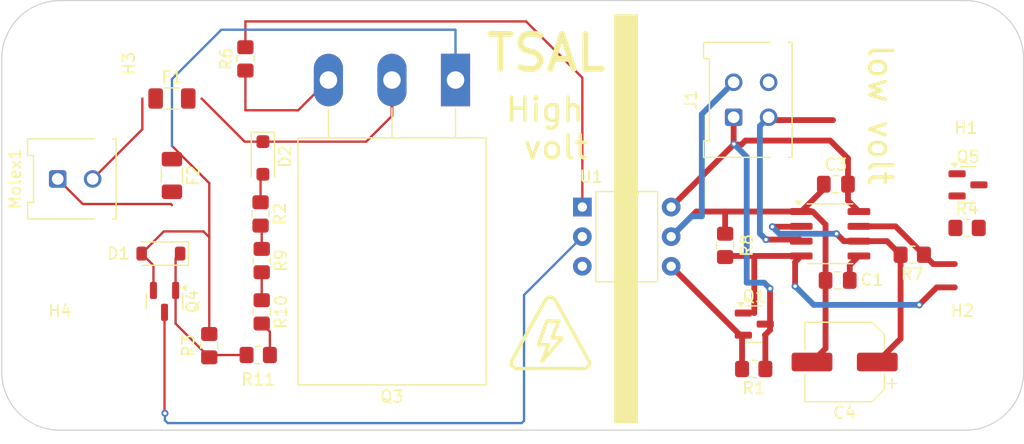
<source format=kicad_pcb>
(kicad_pcb (version 20241229) (generator "pcbnew") (generator_version "9.0")
  (layers (0 "F.Cu" signal) (2 "B.Cu" signal) (13 "F.Paste" user) (15 "B.Paste" user) (5 "F.SilkS" user "F.Silkscreen") (7 "B.SilkS" user "B.Silkscreen") (1 "F.Mask" user) (3 "B.Mask" user) (25 "Edge.Cuts" user))
  (net 0 "")
  (net 1 "Net-(D1-K)")
  (net 2 "/HV-")
  (net 3 "GLV+")
  (net 4 "Net-(Q1-D)")
  (net 5 "Net-(Q1-G)")
  (net 6 "Net-(Q3-S)")
  (net 7 "Net-(Q4-D)")
  (net 8 "Net-(R6-Pad2)")
  (net 10 "Net-(D2-A)")
  (net 11 "/HV+")
  (net 12 "Net-(U2-CV)")
  (net 13 "Light+")
  (net 14 "GND")
  (net 16 "Net-(U2-THR)")
  (net 18 "Net-(R10-Pad2)")
  (net 19 "Net-(R10-Pad1)")
  (net 20 "Net-(R2-Pad2)")
  (net 21 "Net-(D2-K)")
  (net 22 "Net-(Molex1-Pin_1)")
  (footprint "MountingHole:MountingHole_4.3mm_M4" (layer "F.Cu") (at 114.2 85.1)
    (property "Reference" "H3" (at 5.9 0.3 90) (layer "F.SilkS"))
    (property "Value" "MountingHole")
    (pad "" np_thru_hole circle (at 0 0) (size 4.3 4.3) (drill 4.3) (layers "*.Cu" "*.Mask"))
  )
  (footprint "Resistor_SMD:R_0805_2012Metric_Pad1.20x1.40mm_HandSolder" (layer "F.Cu") (at 131.5 102.3 -90)
    (property "Reference" "R9" (at 0 -1.65 90) (layer "F.SilkS"))
    (property "Value" "240k")
    (fp_line (start -0.227064 0.735) (end 0.227064 0.735) (stroke (width 0.12)) (layer "F.SilkS"))
    (fp_line (start -0.227064 -0.735) (end 0.227064 -0.735) (stroke (width 0.12)) (layer "F.SilkS"))
    (pad "1" smd roundrect (at -1 0 270) (size 1.2 1.4) (layers "F.Cu" "F.Mask" "F.Paste") (roundrect_rratio 0.208333) (net 20 "Net-(R2-Pad2)"))
    (pad "2" smd roundrect (at 1 0 270) (size 1.2 1.4) (layers "F.Cu" "F.Mask" "F.Paste") (roundrect_rratio 0.208333) (net 19 "Net-(R10-Pad1)"))
  )
  (footprint "Resistor_SMD:R_0805_2012Metric_Pad1.20x1.40mm_HandSolder" (layer "F.Cu") (at 127 109.6 90)
    (property "Reference" "R3" (at 0 -1.8 90) (layer "F.SilkS"))
    (property "Value" "2M")
    (fp_line (start -0.227064 -0.735) (end 0.227064 -0.735) (stroke (width 0.12)) (layer "F.SilkS"))
    (fp_line (start -0.227064 0.735) (end 0.227064 0.735) (stroke (width 0.12)) (layer "F.SilkS"))
    (pad "1" smd roundrect (at -1 0 90) (size 1.2 1.4) (layers "F.Cu" "F.Mask" "F.Paste") (roundrect_rratio 0.208333) (net 1 "Net-(D1-K)"))
    (pad "2" smd roundrect (at 1 0 90) (size 1.2 1.4) (layers "F.Cu" "F.Mask" "F.Paste") (roundrect_rratio 0.208333) (net 2 "/HV-"))
  )
  (footprint "Capacitor_SMD:CP_Elec_6.3x5.4" (layer "F.Cu") (at 181.5 111 180)
    (property "Reference" "C4" (at 0 -4.35 0) (layer "F.SilkS"))
    (property "Value" "100uF")
    (fp_line (start 3.41 3.41) (end 3.41 1.06) (stroke (width 0.12)) (layer "F.SilkS"))
    (fp_line (start 3.41 -3.41) (end 3.41 -1.06) (stroke (width 0.12)) (layer "F.SilkS"))
    (fp_line (start -2.345563 3.41) (end 3.41 3.41) (stroke (width 0.12)) (layer "F.SilkS"))
    (fp_line (start -2.345563 -3.41) (end 3.41 -3.41) (stroke (width 0.12)) (layer "F.SilkS"))
    (fp_line (start -3.41 2.345563) (end -2.345563 3.41) (stroke (width 0.12)) (layer "F.SilkS"))
    (fp_line (start -3.41 2.345563) (end -3.41 1.06) (stroke (width 0.12)) (layer "F.SilkS"))
    (fp_line (start -3.41 -2.345563) (end -2.345563 -3.41) (stroke (width 0.12)) (layer "F.SilkS"))
    (fp_line (start -3.41 -2.345563) (end -3.41 -1.06) (stroke (width 0.12)) (layer "F.SilkS"))
    (fp_line (start -4.04375 -2.24125) (end -4.04375 -1.45375) (stroke (width 0.12)) (layer "F.SilkS"))
    (fp_line (start -4.4375 -1.8475) (end -3.65 -1.8475) (stroke (width 0.12)) (layer "F.SilkS"))
    (pad "1" smd roundrect (at -2.8 0 180) (size 3.5 1.6) (layers "F.Cu" "F.Mask" "F.Paste") (roundrect_rratio 0.15625) (net 16 "Net-(U2-THR)"))
    (pad "2" smd roundrect (at 2.8 0 180) (size 3.5 1.6) (layers "F.Cu" "F.Mask" "F.Paste") (roundrect_rratio 0.15625) (net 14 "GND"))
  )
  (footprint "Connector_Molex:Molex_Micro-Fit_3.0_43045-0212_2x01_P3.00mm_Vertical" (layer "F.Cu") (at 114 95.3 90)
    (property "Reference" "Molex1" (at 0 -3.67 90) (layer "F.SilkS"))
    (property "Value" "043045-0212")
    (fp_line (start 3.435 -2.58) (end 3.435 3.18) (stroke (width 0.12)) (layer "F.SilkS"))
    (fp_line (start 2.015 -2.58) (end 3.435 -2.58) (stroke (width 0.12)) (layer "F.SilkS"))
    (fp_line (start -2.015 -2.58) (end -2.015 -2.08) (stroke (width 0.12)) (layer "F.SilkS"))
    (fp_line (start -3.435 -2.58) (end -2.015 -2.58) (stroke (width 0.12)) (layer "F.SilkS"))
    (fp_line (start 2.015 -2.08) (end 2.015 -2.58) (stroke (width 0.12)) (layer "F.SilkS"))
    (fp_line (start -2.015 -2.08) (end 2.015 -2.08) (stroke (width 0.12)) (layer "F.SilkS"))
    (fp_line (start -3.435 3.18) (end -3.435 -2.58) (stroke (width 0.12)) (layer "F.SilkS"))
    (fp_line (start -3.435 4.7) (end -3.435 5.01) (stroke (width 0.12)) (layer "F.SilkS"))
    (fp_line (start 3.435 5.01) (end 3.435 4.7) (stroke (width 0.12)) (layer "F.SilkS"))
    (fp_line (start -3.435 5.01) (end 3.435 5.01) (stroke (width 0.12)) (layer "F.SilkS"))
    (pad "" np_thru_hole circle (at -3 3.94 90) (size 1 1) (drill 1) (layers "*.Cu" "*.Mask"))
    (pad "" np_thru_hole circle (at 3 3.94 90) (size 1 1) (drill 1) (layers "*.Cu" "*.Mask"))
    (pad "1" thru_hole roundrect (at 0 0 90) (size 1.5 1.5) (drill 1) (layers "*.Cu" "*.Mask") (roundrect_rratio 0.166667) (net 22 "Net-(Molex1-Pin_1)"))
    (pad "2" thru_hole circle (at 0 3 90) (size 1.5 1.5) (drill 1) (layers "*.Cu" "*.Mask") (net 11 "/HV+"))
  )
  (footprint "Resistor_SMD:R_0805_2012Metric_Pad1.20x1.40mm_HandSolder" (layer "F.Cu") (at 192 99.5)
    (property "Reference" "R4" (at 0 -1.65 0) (layer "F.SilkS"))
    (property "Value" "5k")
    (fp_line (start -0.227064 -0.735) (end 0.227064 -0.735) (stroke (width 0.12)) (layer "F.SilkS"))
    (fp_line (start -0.227064 0.735) (end 0.227064 0.735) (stroke (width 0.12)) (layer "F.SilkS"))
    (pad "1" smd roundrect (at -1 0) (size 1.2 1.4) (layers "F.Cu" "F.Mask" "F.Paste") (roundrect_rratio 0.208333) (net 3 "GLV+"))
    (pad "2" smd roundrect (at 1 0) (size 1.2 1.4) (layers "F.Cu" "F.Mask" "F.Paste") (roundrect_rratio 0.208333))
  )
  (footprint "Fuse:Fuse_1206_3216Metric" (layer "F.Cu") (at 123.8 95 -90)
    (property "Reference" "F2" (at 0 -1.83 270) (layer "F.SilkS"))
    (property "Value" "750mA")
    (fp_line (start -0.602064 0.91) (end 0.602064 0.91) (stroke (width 0.12)) (layer "F.SilkS"))
    (fp_line (start -0.602064 -0.91) (end 0.602064 -0.91) (stroke (width 0.12)) (layer "F.SilkS"))
    (pad "1" smd roundrect (at -1.4 0 270) (size 1.25 1.75) (layers "F.Cu" "F.Mask" "F.Paste") (roundrect_rratio 0.2) (net 2 "/HV-"))
    (pad "2" smd roundrect (at 1.4 0 270) (size 1.25 1.75) (layers "F.Cu" "F.Mask" "F.Paste") (roundrect_rratio 0.2) (net 22 "Net-(Molex1-Pin_1)"))
  )
  (footprint "Capacitor_SMD:C_0805_2012Metric_Pad1.18x1.45mm_HandSolder" (layer "F.Cu") (at 180.75 95.75)
    (property "Reference" "C3" (at 0 -1.68 0) (layer "F.SilkS"))
    (property "Value" "1uF")
    (fp_line (start -0.261252 -0.735) (end 0.261252 -0.735) (stroke (width 0.12)) (layer "F.SilkS"))
    (fp_line (start -0.261252 0.735) (end 0.261252 0.735) (stroke (width 0.12)) (layer "F.SilkS"))
    (pad "1" smd roundrect (at -1.0375 0) (size 1.175 1.45) (layers "F.Cu" "F.Mask" "F.Paste") (roundrect_rratio 0.212766) (net 14 "GND"))
    (pad "2" smd roundrect (at 1.0375 0) (size 1.175 1.45) (layers "F.Cu" "F.Mask" "F.Paste") (roundrect_rratio 0.212766) (net 3 "GLV+"))
  )
  (footprint "Resistor_SMD:R_0805_2012Metric_Pad1.20x1.40mm_HandSolder" (layer "F.Cu") (at 173.7 111.6 180)
    (property "Reference" "R1" (at 0 -1.65 0) (layer "F.SilkS"))
    (property "Value" "10k")
    (fp_line (start -0.227064 0.735) (end 0.227064 0.735) (stroke (width 0.12)) (layer "F.SilkS"))
    (fp_line (start -0.227064 -0.735) (end 0.227064 -0.735) (stroke (width 0.12)) (layer "F.SilkS"))
    (pad "1" smd roundrect (at -1 0 180) (size 1.2 1.4) (layers "F.Cu" "F.Mask" "F.Paste") (roundrect_rratio 0.208333) (net 3 "GLV+"))
    (pad "2" smd roundrect (at 1 0 180) (size 1.2 1.4) (layers "F.Cu" "F.Mask" "F.Paste") (roundrect_rratio 0.208333) (net 5 "Net-(Q1-G)"))
  )
  (footprint "Resistor_SMD:R_0805_2012Metric_Pad1.20x1.40mm_HandSolder" (layer "F.Cu") (at 131.4 98.3 -90)
    (property "Reference" "R2" (at 0 -1.65 90) (layer "F.SilkS"))
    (property "Value" "240k")
    (fp_line (start -0.227064 0.735) (end 0.227064 0.735) (stroke (width 0.12)) (layer "F.SilkS"))
    (fp_line (start -0.227064 -0.735) (end 0.227064 -0.735) (stroke (width 0.12)) (layer "F.SilkS"))
    (pad "1" smd roundrect (at -1 0 270) (size 1.2 1.4) (layers "F.Cu" "F.Mask" "F.Paste") (roundrect_rratio 0.208333) (net 10 "Net-(D2-A)"))
    (pad "2" smd roundrect (at 1 0 270) (size 1.2 1.4) (layers "F.Cu" "F.Mask" "F.Paste") (roundrect_rratio 0.208333) (net 20 "Net-(R2-Pad2)"))
  )
  (footprint "MountingHole:MountingHole_4.3mm_M4" (layer "F.Cu") (at 114.2 111.9)
    (property "Reference" "H4" (at 0 -5.3 0) (layer "F.SilkS"))
    (property "Value" "MountingHole")
    (pad "" np_thru_hole circle (at 0 0) (size 4.3 4.3) (drill 4.3) (layers "*.Cu" "*.Mask"))
  )
  (footprint "Capacitor_SMD:C_0805_2012Metric_Pad1.18x1.45mm_HandSolder" (layer "F.Cu") (at 180.9 104)
    (property "Reference" "C1" (at 2.95 -0.05 0) (layer "F.SilkS"))
    (property "Value" "0.1uF")
    (fp_line (start -0.261252 -0.735) (end 0.261252 -0.735) (stroke (width 0.12)) (layer "F.SilkS"))
    (fp_line (start -0.261252 0.735) (end 0.261252 0.735) (stroke (width 0.12)) (layer "F.SilkS"))
    (pad "1" smd roundrect (at -1.0375 0) (size 1.175 1.45) (layers "F.Cu" "F.Mask" "F.Paste") (roundrect_rratio 0.212766) (net 14 "GND"))
    (pad "2" smd roundrect (at 1.0375 0) (size 1.175 1.45) (layers "F.Cu" "F.Mask" "F.Paste") (roundrect_rratio 0.212766) (net 12 "Net-(U2-CV)"))
  )
  (footprint "Diode_SMD:D_SOD-123" (layer "F.Cu") (at 122.85 101.7 180)
    (property "Reference" "D1" (at 3.65 0 0) (layer "F.SilkS"))
    (property "Value" "BZT52C12")
    (fp_line (start -2.36 1) (end 1.65 1) (stroke (width 0.12)) (layer "F.SilkS"))
    (fp_line (start -2.36 -1) (end 1.65 -1) (stroke (width 0.12)) (layer "F.SilkS"))
    (fp_line (start -2.36 -1) (end -2.36 1) (stroke (width 0.12)) (layer "F.SilkS"))
    (pad "1" smd roundrect (at -1.65 0 180) (size 0.9 1.2) (layers "F.Cu" "F.Mask" "F.Paste") (net 1 "Net-(D1-K)"))
    (pad "2" smd roundrect (at 1.65 0 180) (size 0.9 1.2) (layers "F.Cu" "F.Mask" "F.Paste") (net 2 "/HV-"))
  )
  (footprint "Resistor_SMD:R_0805_2012Metric_Pad1.20x1.40mm_HandSolder" (layer "F.Cu") (at 131.2 110.4 180)
    (property "Reference" "R11" (at 0 -2.1 0) (layer "F.SilkS"))
    (property "Value" "240k")
    (fp_line (start -0.227064 0.735) (end 0.227064 0.735) (stroke (width 0.12)) (layer "F.SilkS"))
    (fp_line (start -0.227064 -0.735) (end 0.227064 -0.735) (stroke (width 0.12)) (layer "F.SilkS"))
    (pad "1" smd roundrect (at -1 0 180) (size 1.2 1.4) (layers "F.Cu" "F.Mask" "F.Paste") (roundrect_rratio 0.208333) (net 18 "Net-(R10-Pad2)"))
    (pad "2" smd roundrect (at 1 0 180) (size 1.2 1.4) (layers "F.Cu" "F.Mask" "F.Paste") (roundrect_rratio 0.208333) (net 1 "Net-(D1-K)"))
  )
  (footprint "Package_TO_SOT_SMD:SOT-23" (layer "F.Cu") (at 173.75 107.75)
    (property "Reference" "Q1" (at 0 -2.4 0) (layer "F.SilkS"))
    (property "Value" "DMP2035U-7")
    (fp_line (start 0 -1.56) (end -0.65 -1.56) (stroke (width 0.12)) (layer "F.SilkS"))
    (fp_line (start 0 -1.56) (end 0.65 -1.56) (stroke (width 0.12)) (layer "F.SilkS"))
    (fp_line (start 0 1.56) (end -0.65 1.56) (stroke (width 0.12)) (layer "F.SilkS"))
    (fp_line (start 0 1.56) (end 0.65 1.56) (stroke (width 0.12)) (layer "F.SilkS"))
    (fp_poly (pts (xy -1.1625 -1.51) (xy -1.4025 -1.84) (xy -0.9225 -1.84)) (stroke (width 0.12)) (fill yes) (layer "F.SilkS"))
    (pad "1" smd roundrect (at -0.9375 -0.95) (size 1.475 0.6) (layers "F.Cu" "F.Mask" "F.Paste") (net 5 "Net-(Q1-G)"))
    (pad "2" smd roundrect (at -0.9375 0.95) (size 1.475 0.6) (layers "F.Cu" "F.Mask" "F.Paste") (net 3 "GLV+"))
    (pad "3" smd roundrect (at 0.9375 0) (size 1.475 0.6) (layers "F.Cu" "F.Mask" "F.Paste") (net 4 "Net-(Q1-D)"))
  )
  (footprint "LOGO" (layer "F.Cu") (at 156.25 108.5)
    (property "Reference" "G***" (hide yes))
    (property "Value" "LOGO" (hide yes))
    (fp_poly (pts (xy 0.221786 -1.162324) (xy 0.361921 -1.162169) (xy 0.477264 -1.161801) (xy 0.57038 -1.161116) (xy 0.643831 -1.160011) (xy 0.700182 -1.158383) (xy 0.741998 -1.156128) (xy 0.77184 -1.153143) (xy 0.792275 -1.149325) (xy 0.805865 -1.14457) (xy 0.815175 -1.138774) (xy 0.815658 -1.138387) (xy 0.855584 -1.0918) (xy 0.874507 -1.037338) (xy 0.875391 -1.023182) (xy 0.870423 -1.004497) (xy 0.856172 -0.96302) (xy 0.833617 -0.901319) (xy 0.803734 -0.821963) (xy 0.767503 -0.727517) (xy 0.725901 -0.62055) (xy 0.679906 -0.503629) (xy 0.630496 -0.379322) (xy 0.622348 -0.358941) (xy 0.572672 -0.234664) (xy 0.526224 -0.118232) (xy 0.483973 -0.012083) (xy 0.446885 0.081341) (xy 0.415925 0.159603) (xy 0.392062 0.220261) (xy 0.376262 0.260876) (xy 0.369491 0.279007) (xy 0.369305 0.279712) (xy 0.382386 0.28153) (xy 0.419235 0.28345) (xy 0.476269 0.285369) (xy 0.549903 0.287183) (xy 0.636549 0.288789) (xy 0.726076 0.290009) (xy 1.082846 0.294077) (xy 1.122737 0.338746) (xy 1.154242 0.391741) (xy 1.162827 0.449942) (xy 1.147804 0.505736) (xy 1.139101 0.520139) (xy 1.123025 0.540815) (xy 1.090963 0.579875) (xy 1.0444 0.635596) (xy 0.98482 0.706255) (xy 0.913708 0.790129) (xy 0.832548 0.885493) (xy 0.742824 0.990624) (xy 0.64602 1.103799) (xy 0.543621 1.223294) (xy 0.437112 1.347386) (xy 0.327975 1.474351) (xy 0.217697 1.602465) (xy 0.107761 1.730006) (xy -0.000349 1.855248) (xy -0.105147 1.97647) (xy -0.205151 2.091947) (xy -0.298875 2.199957) (xy -0.384835 2.298774) (xy -0.461547 2.386677) (xy -0.527527 2.46194) (xy -0.58129 2.522842) (xy -0.621351 2.567658) (xy -0.646227 2.594664) (xy -0.653975 2.602163) (xy -0.710243 2.624997) (xy -0.7656 2.620691) (xy -0.818436 2.589453) (xy -0.828885 2.579666) (xy -0.863211 2.536459) (xy -0.875271 2.495612) (xy -0.87539 2.490825) (xy -0.870402 2.46993) (xy -0.8561 2.426349) (xy -0.83348 2.362733) (xy -0.803537 2.281738) (xy -0.767264 2.186015) (xy -0.725657 2.078217) (xy -0.679711 1.960998) (xy -0.630421 1.83701) (xy -0.627412 1.829495) (xy -0.577938 1.705855) (xy -0.531483 1.589475) (xy -0.489059 1.482915) (xy -0.451682 1.388736) (xy -0.420364 1.309497) (xy -0.396121 1.24776) (xy -0.379966 1.206085) (xy -0.372913 1.187031) (xy -0.372774 1.186565) (xy -0.372308 1.179328) (xy -0.377424 1.173712) (xy -0.391118 1.169513) (xy -0.416389 1.166528) (xy -0.456233 1.164551) (xy -0.513647 1.163379) (xy -0.591629 1.162808) (xy -0.693175 1.162634) (xy -0.724389 1.162628) (xy -1.082664 1.162628) (xy -1.122646 1.122646) (xy -1.152066 1.084189) (xy -1.162322 1.041274) (xy -1.162628 1.029456) (xy -1.157846 1.004736) (xy -1.14357 0.954707) (xy -1.119903 0.879677) (xy -1.112837 0.858293) (xy -0.804044 0.858293) (xy -0.800277 0.863665) (xy -0.783205 0.86786) (xy -0.75036 0.870998) (xy -0.699278 0.873198) (xy -0.627492 0.87458) (xy -0.532537 0.875264) (xy -0.451469 0.875391) (xy -0.09301 0.875391) (xy -0.046505 0.921896) (xy -0.01225 0.964961) (xy -0.000137 1.005704) (xy 0 1.010878) (xy -0.004982 1.034952) (xy -0.018995 1.080364) (xy -0.040641 1.143162) (xy -0.068519 1.219394) (xy -0.101232 1.305109) (xy -0.129876 1.377687) (xy -0.164509 1.46551) (xy -0.193501 1.541685) (xy -0.21587 1.603418) (xy -0.230635 1.647914) (xy -0.236813 1.672379) (xy -0.234355 1.675107) (xy -0.220686 1.659674) (xy -0.191036 1.625529) (xy -0.147197 1.574757) (xy -0.09096 1.509441) (xy -0.024117 1.431665) (xy 0.051539 1.343514) (xy 0.134217 1.247071) (xy 0.222123 1.144419) (xy 0.244584 1.118175) (xy 0.698126 0.588153) (xy 0.409935 0.588153) (xy 0.307652 0.58776) (xy 0.229145 0.586433) (xy 0.170846 0.583949) (xy 0.129183 0.580086) (xy 0.100587 0.57462) (xy 0.082219 0.567714) (xy 0.032316 0.52934) (xy 0.004679 0.479231) (xy 0 0.445576) (xy 0.004973 0.42509) (xy 0.019238 0.381862) (xy 0.041816 0.3185) (xy 0.071727 0.237617) (xy 0.107992 0.141823) (xy 0.149631 0.033729) (xy 0.195664 -0.084054) (xy 0.245112 -0.208916) (xy 0.253043 -0.228796) (xy 0.302681 -0.353219) (xy 0.349097 -0.469807) (xy 0.391324 -0.576118) (xy 0.428399 -0.669714) (xy 0.459357 -0.748156) (xy 0.483234 -0.809003) (xy 0.499066 -0.849815) (xy 0.505887 -0.868153) (xy 0.506085 -0.868907) (xy 0.493014 -0.870668) (xy 0.456225 -0.872247) (xy 0.399357 -0.873577) (xy 0.326048 -0.874588) (xy 0.239937 -0.875213) (xy 0.159597 -0.87539) (xy -0.18689 -0.87539) (xy -0.492525 -0.017097) (xy -0.544759 0.129596) (xy -0.594349 0.268882) (xy -0.640525 0.398591) (xy -0.682512 0.516554) (xy -0.71954 0.620599) (xy -0.750835 0.708556) (xy -0.775625 0.778256) (xy -0.793139 0.827529) (xy -0.802603 0.854203) (xy -0.804044 0.858293) (xy -1.112837 0.858293) (xy -1.086951 0.779954) (xy -1.044818 0.655847) (xy -0.993607 0.507663) (xy -0.933423 0.33571) (xy -0.864371 0.140296) (xy -0.806858 -0.02138) (xy -0.749975 -0.180742) (xy -0.69533 -0.333547) (xy -0.64368 -0.477696) (xy -0.595781 -0.611095) (xy -0.552389 -0.731646) (xy -0.51426 -0.837251) (xy -0.48215 -0.925815) (xy -0.456814 -0.995241) (xy -0.43901 -1.043431) (xy -0.429492 -1.068289) (xy -0.428772 -1.070001) (xy -0.419133 -1.092004) (xy -0.409564 -1.110218) (xy -0.397552 -1.124997) (xy -0.380585 -1.1367) (xy -0.356152 -1.145681) (xy -0.32174 -1.152299) (xy -0.274837 -1.156908) (xy -0.212931 -1.159866) (xy -0.133509 -1.16153) (xy -0.034061 -1.162255) (xy 0.087927 -1.162399)) (fill yes) (layer "F.SilkS"))
    (fp_poly (pts (xy 0.091361 -3.205002) (xy 0.098082 -3.204001) (xy 0.210467 -3.175667) (xy 0.317147 -3.128156) (xy 0.410502 -3.065375) (xy 0.460374 -3.018287) (xy 0.471136 -3.004415) (xy 0.487371 -2.980218) (xy 0.509513 -2.944927) (xy 0.537993 -2.897773) (xy 0.573245 -2.837986) (xy 0.6157 -2.764798) (xy 0.665792 -2.677438) (xy 0.723953 -2.575139) (xy 0.790616 -2.45713) (xy 0.866213 -2.322643) (xy 0.951177 -2.170908) (xy 1.04594 -2.001156) (xy 1.150936 -1.812618) (xy 1.266596 -1.604525) (xy 1.393354 -1.376108) (xy 1.531642 -1.126597) (xy 1.681892 -0.855223) (xy 1.844537 -0.561217) (xy 1.976468 -0.32259) (xy 2.114557 -0.07268) (xy 2.249364 0.171461) (xy 2.380273 0.408708) (xy 2.506664 0.637935) (xy 2.627922 0.858018) (xy 2.743427 1.067832) (xy 2.852564 1.266253) (xy 2.954715 1.452154) (xy 3.049262 1.624411) (xy 3.135588 1.781899) (xy 3.213075 1.923494) (xy 3.281107 2.048069) (xy 3.339065 2.154501) (xy 3.386333 2.241664) (xy 3.422292 2.308434) (xy 3.446326 2.353684) (xy 3.457817 2.376291) (xy 3.458408 2.37763) (xy 3.49094 2.490327) (xy 3.499214 2.608388) (xy 3.484391 2.727065) (xy 3.44763 2.841606) (xy 3.390092 2.947264) (xy 3.312937 3.039288) (xy 3.292123 3.058389) (xy 3.21222 3.114957) (xy 3.117229 3.161868) (xy 3.019093 3.193667) (xy 2.979146 3.201302) (xy 2.956856 3.202547) (xy 2.908768 3.203715) (xy 2.836433 3.204807) (xy 2.741405 3.205824) (xy 2.625236 3.206764) (xy 2.48948 3.20763) (xy 2.335688 3.208419) (xy 2.165414 3.209134) (xy 1.98021 3.209774) (xy 1.781629 3.210339) (xy 1.571224 3.21083) (xy 1.350547 3.211246) (xy 1.121151 3.211589) (xy 0.88459 3.211857) (xy 0.642415 3.212052) (xy 0.396179 3.212174) (xy 0.147436 3.212222) (xy -0.102263 3.212197) (xy -0.351364 3.2121) (xy -0.598314 3.211929) (xy -0.841562 3.211687) (xy -1.079553 3.211372) (xy -1.310737 3.210985) (xy -1.533559 3.210526) (xy -1.746467 3.209996) (xy -1.947908 3.209395) (xy -2.13633 3.208722) (xy -2.310179 3.207978) (xy -2.467904 3.207164) (xy -2.607951 3.206279) (xy -2.728768 3.205324) (xy -2.828801 3.204298) (xy -2.906499 3.203203) (xy -2.960308 3.202038) (xy -2.988676 3.200804) (xy -2.991465 3.200506) (xy -3.068497 3.181009) (xy -3.152727 3.146387) (xy -3.23308 3.101874) (xy -3.292122 3.058389) (xy -3.373711 2.970251) (xy -3.435955 2.867365) (xy -3.477694 2.754481) (xy -3.497767 2.636348) (xy -3.49754 2.626561) (xy -3.198409 2.626561) (xy -3.184856 2.702027) (xy -3.173633 2.732233) (xy -3.124866 2.808288) (xy -3.055548 2.866441) (xy -3.015993 2.887606) (xy -3.009043 2.890464) (xy -3.000368 2.893097) (xy -2.988875 2.895515) (xy -2.973474 2.897728) (xy -2.95307 2.899745) (xy -2.926572 2.901575) (xy -2.892886 2.903228) (xy -2.850921 2.904711) (xy -2.799584 2.906036) (xy -2.737781 2.907211) (xy -2.664422 2.908244) (xy -2.578412 2.909147) (xy -2.47866 2.909927) (xy -2.364072 2.910595) (xy -2.233557 2.911158) (xy -2.086022 2.911627) (xy -1.920374 2.912011) (xy -1.735521 2.912319) (xy -1.53037 2.912561) (xy -1.303829 2.912745) (xy -1.054804 2.912881) (xy -0.782204 2.912977) (xy -0.484936 2.913045) (xy -0.161907 2.913091) (xy -0.00431 2.913108) (xy 0.37363 2.913092) (xy 0.724555 2.912962) (xy 1.048805 2.912716) (xy 1.346721 2.912353) (xy 1.618643 2.911872) (xy 1.864913 2.911271) (xy 2.08587 2.910548) (xy 2.281855 2.909701) (xy 2.453209 2.908729) (xy 2.600271 2.907631) (xy 2.723384 2.906405) (xy 2.822886 2.905048) (xy 2.89912 2.903561) (xy 2.952425 2.90194) (xy 2.983141 2.900185) (xy 2.991167 2.898966) (xy 3.069409 2.856322) (xy 3.131599 2.795787) (xy 3.175559 2.722202) (xy 3.199111 2.640409) (xy 3.200075 2.555249) (xy 3.179818 2.479697) (xy 3.17129 2.463104) (xy 3.150133 2.423688) (xy 3.116962 2.362562) (xy 3.072388 2.280841) (xy 3.017024 2.17964) (xy 2.951483 2.060072) (xy 2.876379 1.923252) (xy 2.792324 1.770294) (xy 2.699932 1.602313) (xy 2.599814 1.420423) (xy 2.492584 1.225737) (xy 2.378854 1.019371) (xy 2.259239 0.802439) (xy 2.13435 0.576054) (xy 2.0048 0.341331) (xy 1.871203 0.099385) (xy 1.734171 -0.14867) (xy 1.720113 -0.174111) (xy 1.54566 -0.489648) (xy 1.380996 -0.787124) (xy 1.226355 -1.066122) (xy 1.081969 -1.326228) (xy 0.948072 -1.567025) (xy 0.824896 -1.788099) (xy 0.712674 -1.989033) (xy 0.611639 -2.169412) (xy 0.522024 -2.328821) (xy 0.444062 -2.466843) (xy 0.377985 -2.583064) (xy 0.324027 -2.677068) (xy 0.28242 -2.74844) (xy 0.253397 -2.796763) (xy 0.237192 -2.821623) (xy 0.234857 -2.82445) (xy 0.167929 -2.873115) (xy 0.08806 -2.90247) (xy 0.001665 -2.912512) (xy -0.084843 -2.903239) (xy -0.165049 -2.874649) (xy -0.232541 -2.82674) (xy -0.23471 -2.824597) (xy -0.246952 -2.806948) (xy -0.272071 -2.765737) (xy -0.309818 -2.701406) (xy -0.359949 -2.614396) (xy -0.422214 -2.505147) (xy -0.496367 -2.3741) (xy -0.582161 -2.221697) (xy -0.679349 -2.048379) (xy -0.787683 -1.854586) (xy -0.906916 -1.64076) (xy -1.036802 -1.407341) (xy -1.177093 -1.15477) (xy -1.327542 -0.883489) (xy -1.487902 -0.593939) (xy -1.657925 -0.286559) (xy -1.719874 -0.174478) (xy -1.857228 0.074132) (xy -1.99121 0.316748) (xy -2.121206 0.552255) (xy -2.246604 0.779539) (xy -2.366792 0.997485) (xy -2.481155 1.204979) (xy -2.589082 1.400907) (xy -2.689958 1.584154) (xy -2.783172 1.753606) (xy -2.868109 1.908148) (xy -2.944158 2.046666) (xy -3.010705 2.168046) (xy -3.067136 2.271173) (xy -3.11284 2.354933) (xy -3.147203 2.418212) (xy -3.169612 2.459894) (xy -3.179454 2.478866) (xy -3.179725 2.479477) (xy -3.196801 2.548164) (xy -3.198409 2.626561) (xy -3.49754 2.626561) (xy -3.495015 2.517716) (xy -3.468278 2.403334) (xy -3.458408 2.37763) (xy -3.448799 2.358421) (xy -3.426557 2.316405) (xy -3.392299 2.252705) (xy -3.346644 2.168448) (xy -3.290207 2.064758) (xy -3.223607 1.94276) (xy -3.147461 1.803579) (xy -3.062386 1.64834) (xy -2.969001 1.478168) (xy -2.867921 1.294188) (xy -2.759765 1.097525) (xy -2.64515 0.889303) (xy -2.524694 0.670648) (xy -2.399013 0.442685) (xy -2.268725 0.206539) (xy -2.134448 -0.036666) (xy -1.996799 -0.285804) (xy -1.976467 -0.32259) (xy -1.804129 -0.634279) (xy -1.644515 -0.922753) (xy -1.497191 -1.188781) (xy -1.361726 -1.433131) (xy -1.237685 -1.656574) (xy -1.124638 -1.859877) (xy -1.022151 -2.043811) (xy -0.929792 -2.209145) (xy -0.847128 -2.356647) (xy -0.773727 -2.487087) (xy -0.709155 -2.601235) (xy -0.652981 -2.699858) (xy -0.604772 -2.783728) (xy -0.564094 -2.853612) (xy -0.530517 -2.910279) (xy -0.503606 -2.9545) (xy -0.482929 -2.987044) (xy -0.468054 -3.008678) (xy -0.460374 -3.018287) (xy -0.373057 -3.09463) (xy -0.268865 -3.153255) (xy -0.153158 -3.192381) (xy -0.031296 -3.210224)) (fill yes) (layer "F.SilkS"))
  )
  (footprint "MountingHole:MountingHole_4.3mm_M4" (layer "F.Cu") (at 191.6 111.9)
    (property "Reference" "H2" (at 0 -5.3 0) (layer "F.SilkS"))
    (property "Value" "MountingHole")
    (pad "" np_thru_hole circle (at 0 0) (size 4.3 4.3) (drill 4.3) (layers "*.Cu" "*.Mask"))
  )
  (footprint "Resistor_SMD:R_0805_2012Metric_Pad1.20x1.40mm_HandSolder" (layer "F.Cu") (at 171.25 101 -90)
    (property "Reference" "R8" (at 0 -1.85 90) (layer "F.SilkS"))
    (property "Value" "10k")
    (fp_line (start -0.227064 0.735) (end 0.227064 0.735) (stroke (width 0.12)) (layer "F.SilkS"))
    (fp_line (start -0.227064 -0.735) (end 0.227064 -0.735) (stroke (width 0.12)) (layer "F.SilkS"))
    (pad "1" smd roundrect (at -1 0 270) (size 1.2 1.4) (layers "F.Cu" "F.Mask" "F.Paste") (roundrect_rratio 0.208333) (net 14 "GND"))
    (pad "2" smd roundrect (at 1 0 270) (size 1.2 1.4) (layers "F.Cu" "F.Mask" "F.Paste") (roundrect_rratio 0.208333) (net 4 "Net-(Q1-D)"))
  )
  (footprint "Connector_Molex:Molex_Micro-Fit_3.0_43045-0412_2x02_P3.00mm_Vertical" (layer "F.Cu") (at 171.9796 90.0096 90)
    (property "Reference" "J1" (at 1.5 -3.67 90) (layer "F.SilkS"))
    (property "Value" "043045-0412")
    (fp_line (start 6.435 -2.58) (end 6.435 3.18) (stroke (width 0.12)) (layer "F.SilkS"))
    (fp_line (start 5.015 -2.58) (end 6.435 -2.58) (stroke (width 0.12)) (layer "F.SilkS"))
    (fp_line (start -2.015 -2.58) (end -2.015 -2.08) (stroke (width 0.12)) (layer "F.SilkS"))
    (fp_line (start -3.435 -2.58) (end -2.015 -2.58) (stroke (width 0.12)) (layer "F.SilkS"))
    (fp_line (start 5.015 -2.08) (end 5.015 -2.58) (stroke (width 0.12)) (layer "F.SilkS"))
    (fp_line (start -2.015 -2.08) (end 5.015 -2.08) (stroke (width 0.12)) (layer "F.SilkS"))
    (fp_line (start -3.435 3.18) (end -3.435 -2.58) (stroke (width 0.12)) (layer "F.SilkS"))
    (fp_line (start -3.435 4.7) (end -3.435 5.01) (stroke (width 0.12)) (layer "F.SilkS"))
    (fp_line (start 6.435 5.01) (end 6.435 4.7) (stroke (width 0.12)) (layer "F.SilkS"))
    (fp_line (start -3.435 5.01) (end 6.435 5.01) (stroke (width 0.12)) (layer "F.SilkS"))
    (pad "" np_thru_hole circle (at -3 3.94 90) (size 1 1) (drill 1) (layers "*.Cu" "*.Mask"))
    (pad "" np_thru_hole circle (at 6 3.94 90) (size 1 1) (drill 1) (layers "*.Cu" "*.Mask"))
    (pad "1" thru_hole roundrect (at 0 0 90) (size 1.5 1.5) (drill 1) (layers "*.Cu" "*.Mask") (roundrect_rratio 0.166667) (net 3 "GLV+"))
    (pad "2" thru_hole circle (at 3 0 90) (size 1.5 1.5) (drill 1) (layers "*.Cu" "*.Mask") (net 14 "GND"))
    (pad "3" thru_hole circle (at 0 3 90) (size 1.5 1.5) (drill 1) (layers "*.Cu" "*.Mask") (net 13 "Light+"))
    (pad "4" thru_hole circle (at 3 3 90) (size 1.5 1.5) (drill 1) (layers "*.Cu" "*.Mask"))
  )
  (footprint "Resistor_SMD:R_0805_2012Metric_Pad1.20x1.40mm_HandSolder" (layer "F.Cu") (at 131.5 106.7 -90)
    (property "Reference" "R10" (at 0 -1.65 90) (layer "F.SilkS"))
    (property "Value" "240k")
    (fp_line (start -0.227064 0.735) (end 0.227064 0.735) (stroke (width 0.12)) (layer "F.SilkS"))
    (fp_line (start -0.227064 -0.735) (end 0.227064 -0.735) (stroke (width 0.12)) (layer "F.SilkS"))
    (pad "1" smd roundrect (at -1 0 270) (size 1.2 1.4) (layers "F.Cu" "F.Mask" "F.Paste") (roundrect_rratio 0.208333) (net 19 "Net-(R10-Pad1)"))
    (pad "2" smd roundrect (at 1 0 270) (size 1.2 1.4) (layers "F.Cu" "F.Mask" "F.Paste") (roundrect_rratio 0.208333) (net 18 "Net-(R10-Pad2)"))
  )
  (footprint "Package_DIP:DIP-6_W7.62mm" (layer "F.Cu") (at 159 97.71)
    (property "Reference" "U1" (at 0.752 -2.6058 0) (layer "F.SilkS"))
    (property "Value" "H11L1M")
    (fp_line (start 1.16 -1.33) (end 1.16 6.41) (stroke (width 0.12)) (layer "F.SilkS"))
    (fp_line (start 1.16 6.41) (end 6.46 6.41) (stroke (width 0.12)) (layer "F.SilkS"))
    (fp_line (start 2.81 -1.33) (end 1.16 -1.33) (stroke (width 0.12)) (layer "F.SilkS"))
    (fp_line (start 6.46 -1.33) (end 4.81 -1.33) (stroke (width 0.12)) (layer "F.SilkS"))
    (fp_line (start 6.46 6.41) (end 6.46 -1.33) (stroke (width 0.12)) (layer "F.SilkS"))
    (fp_arc (start 4.81 -1.33) (mid 3.81 -0.33) (end 2.81 -1.33) (stroke (width 0.12)) (layer "F.SilkS"))
    (pad "1" thru_hole rect (at 0 0) (size 1.6 1.6) (drill 0.8) (layers "*.Cu" "*.Mask") (net 8 "Net-(R6-Pad2)"))
    (pad "2" thru_hole oval (at 0 2.54) (size 1.6 1.6) (drill 0.8) (layers "*.Cu" "*.Mask") (net 7 "Net-(Q4-D)"))
    (pad "3" thru_hole oval (at 0 5.08) (size 1.6 1.6) (drill 0.8) (layers "*.Cu" "*.Mask"))
    (pad "4" thru_hole oval (at 7.62 5.08) (size 1.6 1.6) (drill 0.8) (layers "*.Cu" "*.Mask") (net 5 "Net-(Q1-G)"))
    (pad "5" thru_hole oval (at 7.62 2.54) (size 1.6 1.6) (drill 0.8) (layers "*.Cu" "*.Mask") (net 14 "GND"))
    (pad "6" thru_hole oval (at 7.62 0) (size 1.6 1.6) (drill 0.8) (layers "*.Cu" "*.Mask") (net 3 "GLV+"))
  )
  (footprint "Diode_SMD:D_SOD-123F" (layer "F.Cu") (at 131.6 93.5 -90)
    (property "Reference" "D2" (at -0.127 -1.905 270) (layer "F.SilkS"))
    (property "Value" "BZT52C51")
    (fp_line (start -2.21 1) (end 1.65 1) (stroke (width 0.12)) (layer "F.SilkS"))
    (fp_line (start -2.21 -1) (end -2.21 1) (stroke (width 0.12)) (layer "F.SilkS"))
    (fp_line (start -2.21 -1) (end 1.65 -1) (stroke (width 0.12)) (layer "F.SilkS"))
    (pad "1" smd roundrect (at -1.4 0 270) (size 1.1 1.1) (layers "F.Cu" "F.Mask" "F.Paste") (roundrect_rratio 0.2272727273) (net 21 "Net-(D2-K)"))
    (pad "2" smd roundrect (at 1.4 0 270) (size 1.1 1.1) (layers "F.Cu" "F.Mask" "F.Paste") (roundrect_rratio 0.2272727273) (net 10 "Net-(D2-A)"))
  )
  (footprint "Fuse:Fuse_1206_3216Metric" (layer "F.Cu") (at 123.8 88.4)
    (property "Reference" "F1" (at 0 -1.83 0) (layer "F.SilkS"))
    (property "Value" "750mA")
    (fp_line (start -0.602064 -0.91) (end 0.602064 -0.91) (stroke (width 0.12)) (layer "F.SilkS"))
    (fp_line (start -0.602064 0.91) (end 0.602064 0.91) (stroke (width 0.12)) (layer "F.SilkS"))
    (pad "1" smd roundrect (at -1.4 0) (size 1.25 1.75) (layers "F.Cu" "F.Mask" "F.Paste") (roundrect_rratio 0.2) (net 11 "/HV+"))
    (pad "2" smd roundrect (at 1.4 0) (size 1.25 1.75) (layers "F.Cu" "F.Mask" "F.Paste") (roundrect_rratio 0.2) (net 21 "Net-(D2-K)"))
  )
  (footprint "Package_SO:SOIC-8_3.9x4.9mm_P1.27mm" (layer "F.Cu") (at 180.25 100)
    (property "Reference" "U2" (hide yes))
    (property "Value" "NE555D")
    (fp_line (start 0 -2.56) (end -1.95 -2.56) (stroke (width 0.12)) (layer "F.SilkS"))
    (fp_line (start 0 -2.56) (end 1.95 -2.56) (stroke (width 0.12)) (layer "F.SilkS"))
    (fp_line (start 0 2.56) (end -1.95 2.56) (stroke (width 0.12)) (layer "F.SilkS"))
    (fp_line (start 0 2.56) (end 1.95 2.56) (stroke (width 0.12)) (layer "F.SilkS"))
    (fp_poly (pts (xy -2.7 -2.465) (xy -2.94 -2.795) (xy -2.46 -2.795) (xy -2.7 -2.465)) (stroke (width 0.12)) (fill yes) (layer "F.SilkS"))
    (pad "1" smd roundrect (at -2.475 -1.905) (size 1.95 0.6) (layers "F.Cu" "F.Mask" "F.Paste") (net 14 "GND"))
    (pad "2" smd roundrect (at -2.475 -0.635) (size 1.95 0.6) (layers "F.Cu" "F.Mask" "F.Paste") (net 16 "Net-(U2-THR)"))
    (pad "3" smd roundrect (at -2.475 0.635) (size 1.95 0.6) (layers "F.Cu" "F.Mask" "F.Paste"))
    (pad "4" smd roundrect (at -2.475 1.905) (size 1.95 0.6) (layers "F.Cu" "F.Mask" "F.Paste") (net 4 "Net-(Q1-D)"))
    (pad "5" smd roundrect (at 2.475 1.905) (size 1.95 0.6) (layers "F.Cu" "F.Mask" "F.Paste") (net 12 "Net-(U2-CV)"))
    (pad "6" smd roundrect (at 2.475 0.635) (size 1.95 0.6) (layers "F.Cu" "F.Mask" "F.Paste") (net 16 "Net-(U2-THR)"))
    (pad "7" smd roundrect (at 2.475 -0.635) (size 1.95 0.6) (layers "F.Cu" "F.Mask" "F.Paste"))
    (pad "8" smd roundrect (at 2.475 -1.905) (size 1.95 0.6) (layers "F.Cu" "F.Mask" "F.Paste") (net 3 "GLV+"))
  )
  (footprint "Resistor_SMD:R_0805_2012Metric_Pad1.20x1.40mm_HandSolder" (layer "F.Cu") (at 187.3 101.8 180)
    (property "Reference" "R7" (at 0 -1.65 0) (layer "F.SilkS"))
    (property "Value" "3k")
    (fp_line (start -0.227064 0.735) (end 0.227064 0.735) (stroke (width 0.12)) (layer "F.SilkS"))
    (fp_line (start -0.227064 -0.735) (end 0.227064 -0.735) (stroke (width 0.12)) (layer "F.SilkS"))
    (pad "1" smd roundrect (at -1 0 180) (size 1.2 1.4) (layers "F.Cu" "F.Mask" "F.Paste") (roundrect_rratio 0.208333) (net 16 "Net-(U2-THR)"))
    (pad "2" smd roundrect (at 1 0 180) (size 1.2 1.4) (layers "F.Cu" "F.Mask" "F.Paste") (roundrect_rratio 0.208333))
  )
  (footprint "Package_TO_SOT_THT:TO-247-3_Horizontal_TabDown" (layer "F.Cu") (at 148.1218 86.8144 180)
    (property "Reference" "Q3" (at 5.45 -27.15 0) (layer "F.SilkS"))
    (property "Value" "UJ3N065080K3S")
    (fp_line (start 13.52 -26.15) (end 13.52 -4.96) (stroke (width 0.12)) (layer "F.SilkS"))
    (fp_line (start 10.9 -4.96) (end 10.9 -2.4) (stroke (width 0.12)) (layer "F.SilkS"))
    (fp_line (start 5.45 -4.96) (end 5.45 -2.4) (stroke (width 0.12)) (layer "F.SilkS"))
    (fp_line (start 0 -4.96) (end 0 -2.4) (stroke (width 0.12)) (layer "F.SilkS"))
    (fp_line (start -2.62 -4.96) (end 13.52 -4.96) (stroke (width 0.12)) (layer "F.SilkS"))
    (fp_line (start -2.62 -26.15) (end 13.52 -26.15) (stroke (width 0.12)) (layer "F.SilkS"))
    (fp_line (start -2.62 -26.15) (end -2.62 -4.96) (stroke (width 0.12)) (layer "F.SilkS"))
    (pad "" np_thru_hole oval (at 5.45 -19.86 180) (size 3.6 3.6) (drill 3.6) (layers "*.Cu" "*.Mask"))
    (pad "1" thru_hole rect (at 0 0 180) (size 2.5 4.5) (drill 1.5) (layers "*.Cu" "*.Mask") (net 2 "/HV-"))
    (pad "2" thru_hole oval (at 5.45 0 180) (size 2.5 4.5) (drill 1.5) (layers "*.Cu" "*.Mask") (net 21 "Net-(D2-K)"))
    (pad "3" thru_hole oval (at 10.9 0 180) (size 2.5 4.5) (drill 1.5) (layers "*.Cu" "*.Mask") (net 6 "Net-(Q3-S)"))
  )
  (footprint "Package_TO_SOT_SMD:SOT-23" (layer "F.Cu") (at 123.1625 105.8 -90)
    (property "Reference" "Q4" (at 0 -2.4 90) (layer "F.SilkS"))
    (property "Value" "DMN2056U")
    (fp_line (start 0 1.56) (end -0.65 1.56) (stroke (width 0.12)) (layer "F.SilkS"))
    (fp_line (start 0 1.56) (end 0.65 1.56) (stroke (width 0.12)) (layer "F.SilkS"))
    (fp_line (start 0 -1.56) (end -0.65 -1.56) (stroke (width 0.12)) (layer "F.SilkS"))
    (fp_line (start 0 -1.56) (end 0.65 -1.56) (stroke (width 0.12)) (layer "F.SilkS"))
    (fp_poly (pts (xy -1.1625 -1.51) (xy -1.4025 -1.84) (xy -0.9225 -1.84) (xy -1.1625 -1.51)) (stroke (width 0.12)) (fill yes) (layer "F.SilkS"))
    (pad "1" smd roundrect (at -0.9375 -0.95 270) (size 1.475 0.6) (layers "F.Cu" "F.Mask" "F.Paste") (net 1 "Net-(D1-K)"))
    (pad "2" smd roundrect (at -0.9375 0.95 270) (size 1.475 0.6) (layers "F.Cu" "F.Mask" "F.Paste") (net 2 "/HV-"))
    (pad "3" smd roundrect (at 0.9375 0 270) (size 1.475 0.6) (layers "F.Cu" "F.Mask" "F.Paste") (net 7 "Net-(Q4-D)"))
  )
  (footprint "Resistor_SMD:R_0805_2012Metric_Pad1.20x1.40mm_HandSolder" (layer "F.Cu") (at 130.1 85 90)
    (property "Reference" "R6" (at 0 -1.65 90) (layer "F.SilkS"))
    (property "Value" "5.6k")
    (fp_line (start -0.227064 -0.735) (end 0.227064 -0.735) (stroke (width 0.12)) (layer "F.SilkS"))
    (fp_line (start -0.227064 0.735) (end 0.227064 0.735) (stroke (width 0.12)) (layer "F.SilkS"))
    (pad "1" smd roundrect (at -1 0 90) (size 1.2 1.4) (layers "F.Cu" "F.Mask" "F.Paste") (roundrect_rratio 0.208333) (net 6 "Net-(Q3-S)"))
    (pad "2" smd roundrect (at 1 0 90) (size 1.2 1.4) (layers "F.Cu" "F.Mask" "F.Paste") (roundrect_rratio 0.208333) (net 8 "Net-(R6-Pad2)"))
  )
  (footprint "MountingHole:MountingHole_4.3mm_M4" (layer "F.Cu") (at 191.6 85.1)
    (property "Reference" "H1" (at 0.3 5.8 0) (layer "F.SilkS"))
    (property "Value" "MountingHole")
    (pad "" np_thru_hole circle (at 0 0) (size 4.3 4.3) (drill 4.3) (layers "*.Cu" "*.Mask"))
  )
  (footprint "Package_TO_SOT_SMD:SOT-23" (layer "F.Cu") (at 192.08 95.805)
    (property "Reference" "Q5" (at 0 -2.4 0) (layer "F.SilkS"))
    (property "Value" "AO3401A")
    (fp_line (start 0 -1.56) (end -0.65 -1.56) (stroke (width 0.12)) (layer "F.SilkS"))
    (fp_line (start 0 -1.56) (end 0.65 -1.56) (stroke (width 0.12)) (layer "F.SilkS"))
    (fp_line (start 0 1.56) (end -0.65 1.56) (stroke (width 0.12)) (layer "F.SilkS"))
    (fp_line (start 0 1.56) (end 0.65 1.56) (stroke (width 0.12)) (layer "F.SilkS"))
    (fp_poly (pts (xy -1.1625 -1.51) (xy -1.4025 -1.84) (xy -0.9225 -1.84)) (stroke (width 0.12)) (fill yes) (layer "F.SilkS"))
    (pad "1" smd roundrect (at -0.9375 -0.95) (size 1.475 0.6) (layers "F.Cu" "F.Mask" "F.Paste"))
    (pad "2" smd roundrect (at -0.9375 0.95) (size 1.475 0.6) (layers "F.Cu" "F.Mask" "F.Paste") (net 3 "GLV+"))
    (pad "3" smd roundrect (at 0.9375 0) (size 1.475 0.6) (layers "F.Cu" "F.Mask" "F.Paste") (net 13 "Light+"))
  )
  (gr_rect (start 161.7975 81.25) (end 163.7025 116.175) (stroke (width 0.15)) (fill no) (layer "F.SilkS"))
  (gr_line (start 191.85 116.85) (end 114.2 116.85) (stroke (width 0.1)) (layer "Edge.Cuts"))
  (gr_arc (start 196.85 111.85) (mid 195.385534 115.385534) (end 191.85 116.85) (stroke (width 0.1)) (layer "Edge.Cuts"))
  (gr_arc (start 109.2 85) (mid 110.664466 81.464466) (end 114.2 80) (stroke (width 0.1)) (layer "Edge.Cuts"))
  (gr_line (start 109.2 111.85) (end 109.2 85) (stroke (width 0.1)) (layer "Edge.Cuts"))
  (gr_arc (start 191.85 80) (mid 195.385534 81.464466) (end 196.85 85) (stroke (width 0.1)) (layer "Edge.Cuts"))
  (gr_arc (start 114.2 116.85) (mid 110.664466 115.385534) (end 109.2 111.85) (stroke (width 0.1)) (layer "Edge.Cuts"))
  (gr_line (start 114.2 80) (end 191.85 80) (stroke (width 0.1)) (layer "Edge.Cuts"))
  (gr_line (start 196.85 85) (end 196.85 111.85) (stroke (width 0.1)) (layer "Edge.Cuts"))
  (gr_text "low volt\n" (at 183.4 83.6 -90) (layer "F.SilkS") (effects (font (size 2 2) (thickness 0.3)) (justify left bottom)))
  (gr_text "High \n volt" (at 152.25 93.75 0) (layer "F.SilkS") (effects (font (size 2 2) (thickness 0.3)) (justify left bottom)))
  (gr_text "TSAL" (at 150.5 86.25 0) (layer "F.SilkS") (effects (font (size 3 3) (thickness 0.5) (bold yes)) (justify left bottom)))
  (segment (start 189.1 102.6) (end 188.3 101.8) (width 0.5) (layer "F.Cu") (net 0))
  (segment (start 190.95 102.6) (end 189.1 102.6) (width 0.5) (layer "F.Cu") (net 0))
  (segment (start 185.865 99.365) (end 188.3 101.8) (width 0.5) (layer "F.Cu") (net 0))
  (segment (start 182.725 99.365) (end 185.865 99.365) (width 0.5) (layer "F.Cu") (net 0))
  (segment (start 124.1125 104.8625) (end 124.1125 102.0875) (width 0.2) (layer "F.Cu") (net 1))
  (segment (start 124.1125 102.0875) (end 124.5 101.7) (width 0.2) (layer "F.Cu") (net 1))
  (segment (start 124.1125 104.8625) (end 124.1125 107.7125) (width 0.2) (layer "F.Cu") (net 1))
  (segment (start 124.1125 107.7125) (end 127 110.6) (width 0.2) (layer "F.Cu") (net 1))
  (segment (start 127.2 110.4) (end 127 110.6) (width 0.2) (layer "F.Cu") (net 1))
  (segment (start 130.2 110.4) (end 127.2 110.4) (width 0.2) (layer "F.Cu") (net 1))
  (segment (start 121.2 101.95) (end 121.2 101.7) (width 0.2) (layer "F.Cu") (net 2))
  (segment (start 123.8 92.46) (end 127 95.66) (width 0.2) (layer "F.Cu") (net 2))
  (segment (start 121.2 101.7) (end 123.1 99.8) (width 0.2) (layer "F.Cu") (net 2))
  (segment (start 122.2125 102.7125) (end 121.2 101.7) (width 0.2) (layer "F.Cu") (net 2))
  (segment (start 127 95.66) (end 127 100.3) (width 0.2) (layer "F.Cu") (net 2))
  (segment (start 126.5 99.8) (end 127 100.3) (width 0.2) (layer "F.Cu") (net 2))
  (segment (start 127 100.3) (end 127 108.6) (width 0.2) (layer "F.Cu") (net 2))
  (segment (start 123.1 99.8) (end 126.5 99.8) (width 0.2) (layer "F.Cu") (net 2))
  (segment (start 122.2125 104.8625) (end 122.2125 102.7125) (width 0.2) (layer "F.Cu") (net 2))
  (segment (start 123.8 92.46) (end 123.8 86.737918) (width 0.2) (layer "B.Cu") (net 2))
  (segment (start 148.1218 82.5218) (end 148.1218 86.8144) (width 0.2) (layer "B.Cu") (net 2))
  (segment (start 123.8 86.737918) (end 128.037918 82.5) (width 0.2) (layer "B.Cu") (net 2))
  (segment (start 128.037918 82.5) (end 148.1 82.5) (width 0.2) (layer "B.Cu") (net 2))
  (segment (start 148.1 82.5) (end 148.1218 82.5218) (width 0.2) (layer "B.Cu") (net 2))
  (segment (start 182.725 98.095) (end 181.7875 97.1575) (width 0.5) (layer "F.Cu") (net 3))
  (segment (start 172.6496 92.3504) (end 172.9904 92.0096) (width 0.5) (layer "F.Cu") (net 3))
  (segment (start 175.1 108.254799) (end 174.664999 108.6898) (width 0.5) (layer "F.Cu") (net 3))
  (segment (start 175.1 104.7) (end 175.1 108.254799) (width 0.5) (layer "F.Cu") (net 3))
  (segment (start 174.7 111.6) (end 174.7 108.724801) (width 0.5) (layer "F.Cu") (net 3))
  (segment (start 172 92.3) (end 171.9796 92.3204) (width 0.5) (layer "F.Cu") (net 3))
  (segment (start 181.7875 97.1575) (end 181.7875 95.75) (width 0.5) (layer "F.Cu") (net 3))
  (segment (start 180.2596 92.0096) (end 180.5 92.25) (width 0.5) (layer "F.Cu") (net 3))
  (segment (start 181.7875 95.75) (end 181.7875 93.5375) (width 0.5) (layer "F.Cu") (net 3))
  (segment (start 174.7 108.724801) (end 174.664999 108.6898) (width 0.5) (layer "F.Cu") (net 3))
  (segment (start 171.9796 92.2796) (end 172 92.3) (width 0.5) (layer "F.Cu") (net 3))
  (segment (start 171.9796 90.0096) (end 171.9796 92.2796) (width 0.5) (layer "F.Cu") (net 3))
  (segment (start 172.9904 92.0096) (end 180.2596 92.0096) (width 0.5) (layer "F.Cu") (net 3))
  (segment (start 171.9796 92.3504) (end 166.62 97.71) (width 0.5) (layer "F.Cu") (net 3))
  (segment (start 171.9796 92.3504) (end 172.6496 92.3504) (width 0.5) (layer "F.Cu") (net 3))
  (segment (start 181.7875 93.5375) (end 180.5 92.25) (width 0.5) (layer "F.Cu") (net 3))
  (segment (start 171.9796 92.3204) (end 171.9796 92.3504) (width 0.5) (layer "F.Cu") (net 3))
  (via (at 175.1 104.7) (size 0.6) (drill 0.3) (layers "F.Cu" "B.Cu") (net 3))
  (via (at 172 92.3) (size 0.6) (drill 0.3) (layers "F.Cu" "B.Cu") (net 3))
  (segment (start 174.3 104.2) (end 174.6 104.2) (width 0.5) (layer "B.Cu") (net 3))
  (segment (start 172 92.3) (end 173.1 93.4) (width 0.5) (layer "B.Cu") (net 3))
  (segment (start 173.1 93.4) (end 173.1 104.2) (width 0.5) (layer "B.Cu") (net 3))
  (segment (start 173.1 104.2) (end 174.3 104.2) (width 0.5) (layer "B.Cu") (net 3))
  (segment (start 174.6 104.2) (end 175.1 104.7) (width 0.5) (layer "B.Cu") (net 3))
  (segment (start 177.775 101.905) (end 173.75 101.905) (width 0.5) (layer "F.Cu") (net 4))
  (segment (start 189.4 104.6) (end 187.9 106.1) (width 0.5) (layer "F.Cu") (net 4))
  (segment (start 177.25 104.5) (end 177.25 102.43) (width 0.5) (layer "F.Cu") (net 4))
  (segment (start 177.25 102.43) (end 177.775 101.905) (width 0.5) (layer "F.Cu") (net 4))
  (segment (start 190.95 104.6) (end 189.4 104.6) (width 0.5) (layer "F.Cu") (net 4))
  (segment (start 173.75 106.8102) (end 173.75 101.905) (width 0.5) (layer "F.Cu") (net 4))
  (segment (start 171.345 101.905) (end 171.25 102) (width 0.5) (layer "F.Cu") (net 4))
  (segment (start 177.8 101.93) (end 177.775 101.905) (width 0.5) (layer "F.Cu") (net 4))
  (segment (start 173.75 101.905) (end 171.345 101.905) (width 0.5) (layer "F.Cu") (net 4))
  (via (at 187.9 106.1) (size 0.6) (drill 0.3) (layers "F.Cu" "B.Cu") (net 4))
  (via (at 177.25 104.5) (size 0.6) (drill 0.3) (layers "F.Cu" "B.Cu") (net 4))
  (segment (start 178.85 106.1) (end 177.25 104.5) (width 0.5) (layer "B.Cu") (net 4))
  (segment (start 187.9 106.1) (end 178.85 106.1) (width 0.5) (layer "B.Cu") (net 4))
  (segment (start 172.7 108.824801) (end 172.835001 108.6898) (width 0.5) (layer "F.Cu") (net 5))
  (segment (start 166.62 102.79) (end 172.5198 108.6898) (width 0.5) (layer "F.Cu") (net 5))
  (segment (start 172.5198 108.6898) (end 172.835001 108.6898) (width 0.5) (layer "F.Cu") (net 5))
  (segment (start 172.7 111.6) (end 172.7 108.824801) (width 0.5) (layer "F.Cu") (net 5))
  (segment (start 130.1 89.408) (end 134.6282 89.408) (width 0.2) (layer "F.Cu") (net 6))
  (segment (start 130.1 86) (end 130.1 89.408) (width 0.2) (layer "F.Cu") (net 6))
  (segment (start 134.6282 89.408) (end 137.2218 86.8144) (width 0.2) (layer "F.Cu") (net 6))
  (segment (start 123.1625 115.3625) (end 123.2 115.4) (width 0.2) (layer "F.Cu") (net 7))
  (segment (start 123.1625 106.7375) (end 123.1625 115.3625) (width 0.2) (layer "F.Cu") (net 7))
  (via (at 123.2 115.4) (size 0.6) (drill 0.3) (layers "F.Cu" "B.Cu") (net 7))
  (segment (start 153.8 116.24) (end 154 116.04) (width 0.2) (layer "B.Cu") (net 7))
  (segment (start 123.2 115.4) (end 123.2 116) (width 0.2) (layer "B.Cu") (net 7))
  (segment (start 154 116.0272) (end 154 105.25) (width 0.2) (layer "B.Cu") (net 7))
  (segment (start 123.44 116.24) (end 153.8 116.24) (width 0.2) (layer "B.Cu") (net 7))
  (segment (start 123.2 116) (end 123.44 116.24) (width 0.2) (layer "B.Cu") (net 7))
  (segment (start 154 105.25) (end 159 100.25) (width 0.2) (layer "B.Cu") (net 7))
  (segment (start 130.1 81.788) (end 154.173 81.788) (width 0.2) (layer "F.Cu") (net 8))
  (segment (start 130.1 84) (end 130.1 81.788) (width 0.2) (layer "F.Cu") (net 8))
  (segment (start 154.173 81.788) (end 159 86.615) (width 0.2) (layer "F.Cu") (net 8))
  (segment (start 159 86.615) (end 159 97.71) (width 0.2) (layer "F.Cu") (net 8))
  (segment (start 131.4 97.3) (end 131.4 95.1) (width 0.2) (layer "F.Cu") (net 10))
  (segment (start 131.4 95.1) (end 131.6 94.9) (width 0.2) (layer "F.Cu") (net 10))
  (segment (start 117 95.3) (end 121.26 91.04) (width 0.2) (layer "F.Cu") (net 11))
  (segment (start 121.26 91.04) (end 121.26 88.4) (width 0.2) (layer "F.Cu") (net 11))
  (segment (start 181.9375 102.6925) (end 181.9375 104) (width 0.5) (layer "F.Cu") (net 12))
  (segment (start 182.725 101.905) (end 181.9375 102.6925) (width 0.5) (layer "F.Cu") (net 12))
  (segment (start 174.75 100.5) (end 177.64 100.5) (width 0.5) (layer "F.Cu") (net 13))
  (segment (start 175.22 90.25) (end 174.9796 90.0096) (width 0.5) (layer "F.Cu") (net 13))
  (segment (start 177.64 100.5) (end 177.775 100.635) (width 0.5) (layer "F.Cu") (net 13))
  (segment (start 180.5 90.25) (end 175.22 90.25) (width 0.5) (layer "F.Cu") (net 13))
  (via (at 174.75 100.5) (size 0.6) (drill 0.3) (layers "F.Cu" "B.Cu") (net 13))
  (segment (start 174.2296 99.9796) (end 174.75 100.5) (width 0.5) (layer "B.Cu") (net 13))
  (segment (start 174.9796 90.0096) (end 174.2296 90.7596) (width 0.5) (layer "B.Cu") (net 13))
  (segment (start 174.2296 90.7596) (end 174.2296 99.9796) (width 0.5) (layer "B.Cu") (net 13))
  (segment (start 179.8625 99.207501) (end 179.8625 104) (width 0.5) (layer "F.Cu") (net 14))
  (segment (start 166.62 100.25) (end 168.775 98.095) (width 0.5) (layer "F.Cu") (net 14))
  (segment (start 171.25 100) (end 171.25 98.095) (width 0.5) (layer "F.Cu") (net 14))
  (segment (start 179.7125 95.75) (end 179.7125 96.1575) (width 0.2) (layer "F.Cu") (net 14))
  (segment (start 166.76 100.21) (end 166.765 100.21) (width 1.2) (layer "F.Cu") (net 14))
  (segment (start 179.8625 104) (end 179.8625 109.8375) (width 0.5) (layer "F.Cu") (net 14))
  (segment (start 168.775 98.095) (end 171.25 98.095) (width 0.5) (layer "F.Cu") (net 14))
  (segment (start 177.775 98.095) (end 178.749999 98.095) (width 0.5) (layer "F.Cu") (net 14))
  (segment (start 179.8625 109.8375) (end 178.7 111) (width 0.5) (layer "F.Cu") (net 14))
  (segment (start 178.749999 98.095) (end 179.8625 99.207501) (width 0.5) (layer "F.Cu") (net 14))
  (segment (start 171.25 98.095) (end 177.775 98.095) (width 0.5) (layer "F.Cu") (net 14))
  (segment (start 179.7125 96.1575) (end 177.775 98.095) (width 0.5) (layer "F.Cu") (net 14))
  (segment (start 168.37 98.5) (end 166.62 100.25) (width 0.5) (layer "B.Cu") (net 14))
  (segment (start 169.25 98.5) (end 168.37 98.5) (width 0.5) (layer "B.Cu") (net 14))
  (segment (start 169.25 89.7392) (end 169.25 98.5) (width 0.5) (layer "B.Cu") (net 14))
  (segment (start 171.9796 87.0096) (end 169.25 89.7392) (width 0.5) (layer "B.Cu") (net 14))
  (segment (start 185.135 100.635) (end 186.3 101.8) (width 0.5) (layer "F.Cu") (net 16))
  (segment (start 184.3 111) (end 186.3 109) (width 0.5) (layer "F.Cu") (net 16))
  (segment (start 186.2 101.9) (end 186.2 102.1375) (width 0.5) (layer "F.Cu") (net 16))
  (segment (start 181.435 100.635) (end 180.8 100) (width 0.5) (layer "F.Cu") (net 16))
  (segment (start 186.3 101.8) (end 186.2 101.9) (width 0.5) (layer "F.Cu") (net 16))
  (segment (start 182.725 100.635) (end 181.435 100.635) (width 0.5) (layer "F.Cu") (net 16))
  (segment (start 175.3 99.4) (end 177.74 99.4) (width 0.5) (layer "F.Cu") (net 16))
  (segment (start 186.3 109) (end 186.3 101.8) (width 0.5) (layer "F.Cu") (net 16))
  (segment (start 177.74 99.4) (end 177.775 99.365) (width 0.5) (layer "F.Cu") (net 16))
  (segment (start 182.725 100.635) (end 185.135 100.635) (width 0.5) (layer "F.Cu") (net 16))
  (via (at 180.8 100) (size 0.6) (drill 0.3) (layers "F.Cu" "B.Cu") (net 16))
  (via (at 175.3 99.4) (size 0.6) (drill 0.3) (layers "F.Cu" "B.Cu") (net 16))
  (segment (start 175.9 100) (end 175.3 99.4) (width 0.5) (layer "B.Cu") (net 16))
  (segment (start 180.8 100) (end 175.9 100) (width 0.5) (layer "B.Cu") (net 16))
  (segment (start 132.2 110.4) (end 132.2 108.4) (width 0.2) (layer "F.Cu") (net 18))
  (segment (start 132.2 108.4) (end 131.5 107.7) (width 0.2) (layer "F.Cu") (net 18))
  (segment (start 131.5 105.7) (end 131.5 103.3) (width 0.2) (layer "F.Cu") (net 19))
  (segment (start 131.5 99.4) (end 131.4 99.3) (width 0.2) (layer "F.Cu") (net 20))
  (segment (start 131.5 101.3) (end 131.5 99.4) (width 0.2) (layer "F.Cu") (net 20))
  (segment (start 140.4624 92.1) (end 142.6718 89.8906) (width 0.2) (layer "F.Cu") (net 21))
  (segment (start 130.04 92.1) (end 131.6 92.1) (width 0.2) (layer "F.Cu") (net 21))
  (segment (start 142.6718 89.8906) (end 142.6718 86.8144) (width 0.25) (layer "F.Cu") (net 21))
  (segment (start 126.34 88.4) (end 130.04 92.1) (width 0.2) (layer "F.Cu") (net 21))
  (segment (start 131.6 92.1) (end 140.4624 92.1) (width 0.2) (layer "F.Cu") (net 21))
  (segment (start 114 95.3) (end 116.15 97.45) (width 0.2) (layer "F.Cu") (net 22))
  (segment (start 123.71 97.45) (end 123.8 97.54) (width 0.2) (layer "F.Cu") (net 22))
  (segment (start 116.15 97.45) (end 123.71 97.45) (width 0.2) (layer "F.Cu") (net 22))
  (zone (net 0) (net_name "") (layer "F.SilkS") (connect_pads (clearance 0.5)) (min_thickness 0.25) (fill yes (thermal_gap 0.5) (thermal_bridge_width 0.5))
    (polygon (pts (xy 161.75 81.28) (xy 163.655 81.28) (xy 163.655 116.205) (xy 161.75 116.205)))
  )
)
</source>
